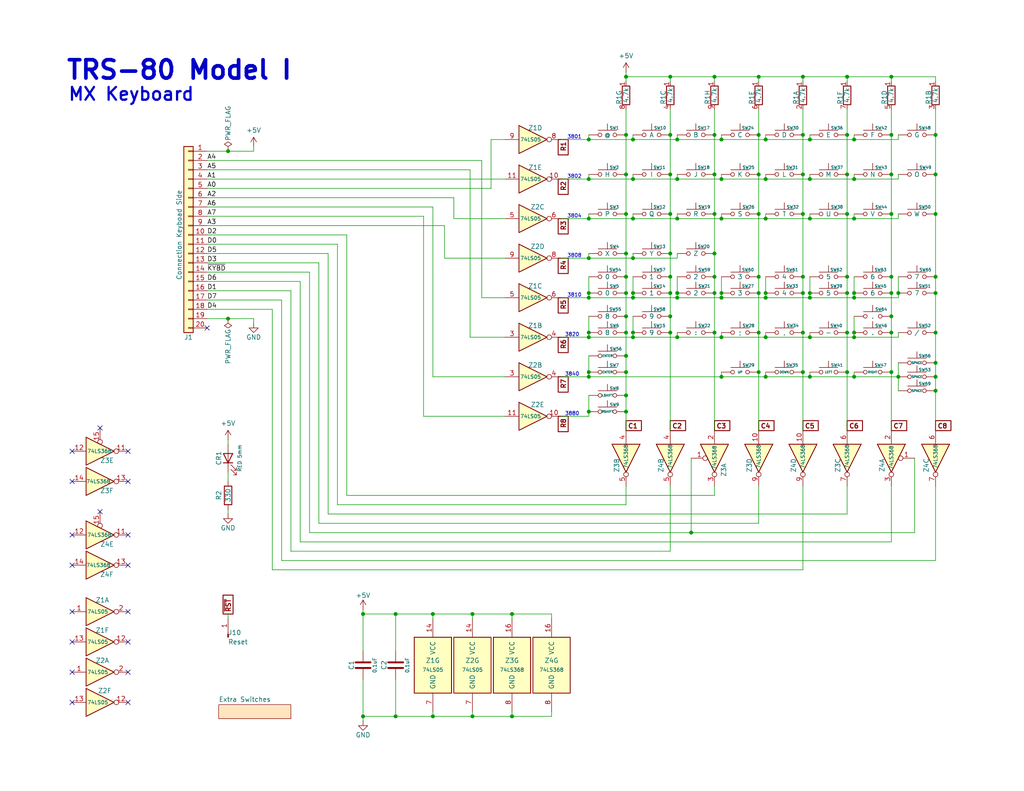
<source format=kicad_sch>
(kicad_sch (version 20231120) (generator "eeschema") (generator_version "8.0")
  (paper "USLetter")
  (title_block (title "TRS-80 Model I - MX Keyboard Full") (date "2024-07-21") (rev "E2F") (company "RetroStack - Marcel Erz") (comment 4 "Complete Keyboard"))
  (junction (at 219.075 36.83))
  (junction (at 196.85 38.1))
  (junction (at 182.88 80.01))
  (junction (at 160.655 38.1))
  (junction (at 220.98 59.69))
  (junction (at 196.85 102.87))
  (junction (at 255.27 80.01))
  (junction (at 243.205 101.6))
  (junction (at 255.27 99.06))
  (junction (at 231.14 20.955))
  (junction (at 231.14 101.6))
  (junction (at 188.595 145.415))
  (junction (at 172.72 59.69))
  (junction (at 194.945 47.625))
  (junction (at 184.785 38.1))
  (junction (at 170.815 58.42))
  (junction (at 207.01 80.01))
  (junction (at 170.815 20.955))
  (junction (at 233.045 48.895))
  (junction (at 231.14 58.42))
  (junction (at 231.14 47.625))
  (junction (at 219.075 101.6))
  (junction (at 243.205 75.565))
  (junction (at 255.27 90.805))
  (junction (at 255.27 47.625))
  (junction (at 99.06 195.58))
  (junction (at 99.06 167.64))
  (junction (at 172.72 81.28))
  (junction (at 170.815 75.565))
  (junction (at 128.905 195.58))
  (junction (at 118.11 167.64))
  (junction (at 233.045 38.1))
  (junction (at 62.23 86.995))
  (junction (at 219.075 80.01))
  (junction (at 208.915 92.075))
  (junction (at 160.655 70.485))
  (junction (at 196.85 59.69))
  (junction (at 255.27 36.83))
  (junction (at 172.72 90.805))
  (junction (at 184.785 92.075))
  (junction (at 160.655 92.075))
  (junction (at 172.72 70.485))
  (junction (at 243.205 86.36))
  (junction (at 220.98 80.01))
  (junction (at 184.785 59.69))
  (junction (at 160.655 80.01))
  (junction (at 208.915 48.895))
  (junction (at 62.23 41.275))
  (junction (at 194.945 20.955))
  (junction (at 170.815 69.215))
  (junction (at 139.7 167.64))
  (junction (at 194.945 80.01))
  (junction (at 233.045 102.87))
  (junction (at 243.205 36.83))
  (junction (at 172.72 92.075))
  (junction (at 196.85 48.895))
  (junction (at 245.11 102.87))
  (junction (at 184.785 81.28))
  (junction (at 207.01 101.6))
  (junction (at 170.815 112.395))
  (junction (at 182.88 47.625))
  (junction (at 207.01 20.955))
  (junction (at 208.915 81.28))
  (junction (at 255.27 106.68))
  (junction (at 233.045 80.01))
  (junction (at 182.88 90.805))
  (junction (at 231.14 36.83))
  (junction (at 196.85 81.28))
  (junction (at 194.945 69.215))
  (junction (at 182.88 86.36))
  (junction (at 107.95 195.58))
  (junction (at 118.11 195.58))
  (junction (at 160.655 102.87))
  (junction (at 220.98 48.895))
  (junction (at 172.72 80.01))
  (junction (at 182.88 36.83))
  (junction (at 208.915 38.1))
  (junction (at 255.27 75.565))
  (junction (at 208.915 80.01))
  (junction (at 208.915 59.69))
  (junction (at 160.655 112.395))
  (junction (at 207.01 47.625))
  (junction (at 170.815 97.155))
  (junction (at 243.205 90.805))
  (junction (at 243.205 47.625))
  (junction (at 160.655 81.28))
  (junction (at 196.85 80.01))
  (junction (at 219.075 58.42))
  (junction (at 219.075 90.805))
  (junction (at 172.72 48.895))
  (junction (at 220.98 81.28))
  (junction (at 243.205 20.955))
  (junction (at 128.905 167.64))
  (junction (at 245.11 80.01))
  (junction (at 139.7 195.58))
  (junction (at 220.98 38.1))
  (junction (at 170.815 107.95))
  (junction (at 170.815 36.83))
  (junction (at 219.075 47.625))
  (junction (at 107.95 167.64))
  (junction (at 170.815 90.805))
  (junction (at 255.27 102.87))
  (junction (at 182.88 58.42))
  (junction (at 170.815 101.6))
  (junction (at 170.815 47.625))
  (junction (at 207.01 75.565))
  (junction (at 160.655 101.6))
  (junction (at 207.01 36.83))
  (junction (at 182.88 69.215))
  (junction (at 255.27 58.42))
  (junction (at 194.945 75.565))
  (junction (at 170.815 80.01))
  (junction (at 160.655 59.69))
  (junction (at 220.98 92.075))
  (junction (at 243.205 80.01))
  (junction (at 233.045 59.69))
  (junction (at 208.915 102.87))
  (junction (at 207.01 90.805))
  (junction (at 160.655 48.895))
  (junction (at 182.88 75.565))
  (junction (at 233.045 81.28))
  (junction (at 194.945 58.42))
  (junction (at 172.72 38.1))
  (junction (at 170.815 86.36))
  (junction (at 233.045 92.075))
  (junction (at 233.045 90.805))
  (junction (at 160.655 90.805))
  (junction (at 220.98 102.87))
  (junction (at 231.14 75.565))
  (junction (at 184.785 80.01))
  (junction (at 243.205 58.42))
  (junction (at 207.01 58.42))
  (junction (at 219.075 20.955))
  (junction (at 231.14 80.01))
  (junction (at 231.14 90.805))
  (junction (at 194.945 36.83))
  (junction (at 196.85 92.075))
  (junction (at 184.785 48.895))
  (junction (at 219.075 75.565))
  (junction (at 182.88 20.955))
  (junction (at 194.945 90.805))
  (no_connect (at 19.685 191.77))
  (no_connect (at 27.305 139.7))
  (no_connect (at 19.685 146.05))
  (no_connect (at 56.515 89.535))
  (no_connect (at 34.925 191.77))
  (no_connect (at 19.685 167.005))
  (no_connect (at 19.685 131.445))
  (no_connect (at 34.925 167.005))
  (no_connect (at 34.925 131.445))
  (no_connect (at 34.925 146.05))
  (no_connect (at 19.685 123.19))
  (no_connect (at 34.925 183.515))
  (no_connect (at 34.925 154.305))
  (no_connect (at 19.685 175.26))
  (no_connect (at 19.685 154.305))
  (no_connect (at 27.305 116.84))
  (no_connect (at 34.925 123.19))
  (no_connect (at 34.925 175.26))
  (no_connect (at 19.685 183.515))
  (wire (pts (xy 56.515 56.515) (xy 118.11 56.515)))
  (wire (pts (xy 81.915 76.835) (xy 81.915 147.955)))
  (wire (pts (xy 243.205 101.6) (xy 243.205 117.475)))
  (wire (pts (xy 255.27 106.68) (xy 255.27 117.475)))
  (wire (pts (xy 89.535 69.215) (xy 89.535 140.335)))
  (wire (pts (xy 219.075 101.6) (xy 219.075 117.475)))
  (wire (pts (xy 76.835 81.915) (xy 76.835 153.035)))
  (wire (pts (xy 160.655 47.625) (xy 160.655 48.895)))
  (wire (pts (xy 243.205 132.715) (xy 243.205 147.955)))
  (wire (pts (xy 118.11 194.31) (xy 118.11 195.58)))
  (wire (pts (xy 86.995 142.875) (xy 207.01 142.875)))
  (wire (pts (xy 79.375 79.375) (xy 79.375 150.495)))
  (wire (pts (xy 219.075 22.225) (xy 219.075 20.955)))
  (wire (pts (xy 160.655 86.36) (xy 160.655 90.805)))
  (wire (pts (xy 231.14 47.625) (xy 231.14 58.42)))
  (wire (pts (xy 196.85 59.69) (xy 208.915 59.69)))
  (wire (pts (xy 196.85 92.075) (xy 208.915 92.075)))
  (wire (pts (xy 74.295 84.455) (xy 74.295 155.575)))
  (wire (pts (xy 56.515 51.435) (xy 133.985 51.435)))
  (wire (pts (xy 170.815 112.395) (xy 170.815 117.475)))
  (wire (pts (xy 220.98 75.565) (xy 220.98 80.01)))
  (wire (pts (xy 207.01 101.6) (xy 207.01 117.475)))
  (wire (pts (xy 170.815 132.715) (xy 170.815 137.795)))
  (wire (pts (xy 182.88 132.715) (xy 182.88 150.495)))
  (wire (pts (xy 118.11 167.64) (xy 107.95 167.64)))
  (wire (pts (xy 170.815 80.01) (xy 170.815 86.36)))
  (wire (pts (xy 194.945 90.805) (xy 194.945 117.475)))
  (wire (pts (xy 160.655 102.87) (xy 196.85 102.87)))
  (wire (pts (xy 255.27 90.805) (xy 255.27 99.06)))
  (wire (pts (xy 76.835 153.035) (xy 255.27 153.035)))
  (wire (pts (xy 99.06 185.42) (xy 99.06 195.58)))
  (wire (pts (xy 160.655 112.395) (xy 160.655 107.95)))
  (wire (pts (xy 153.035 59.69) (xy 160.655 59.69)))
  (wire (pts (xy 89.535 140.335) (xy 231.14 140.335)))
  (wire (pts (xy 207.01 58.42) (xy 207.01 75.565)))
  (wire (pts (xy 233.045 59.69) (xy 245.11 59.69)))
  (wire (pts (xy 194.945 58.42) (xy 194.945 69.215)))
  (wire (pts (xy 194.945 22.225) (xy 194.945 20.955)))
  (wire (pts (xy 207.01 90.805) (xy 207.01 101.6)))
  (wire (pts (xy 139.7 195.58) (xy 128.905 195.58)))
  (wire (pts (xy 231.14 29.845) (xy 231.14 36.83)))
  (wire (pts (xy 172.72 75.565) (xy 172.72 80.01)))
  (wire (pts (xy 196.85 90.805) (xy 196.85 92.075)))
  (wire (pts (xy 79.375 150.495) (xy 182.88 150.495)))
  (wire (pts (xy 207.01 20.955) (xy 219.075 20.955)))
  (wire (pts (xy 131.445 81.28) (xy 137.795 81.28)))
  (wire (pts (xy 196.85 47.625) (xy 196.85 48.895)))
  (wire (pts (xy 107.95 185.42) (xy 107.95 195.58)))
  (wire (pts (xy 160.655 81.28) (xy 172.72 81.28)))
  (wire (pts (xy 233.045 38.1) (xy 233.045 36.83)))
  (wire (pts (xy 245.11 102.87) (xy 245.11 106.68)))
  (wire (pts (xy 139.7 167.64) (xy 139.7 168.91)))
  (wire (pts (xy 243.205 20.955) (xy 255.27 20.955)))
  (wire (pts (xy 123.825 53.975) (xy 123.825 59.69)))
  (wire (pts (xy 255.27 47.625) (xy 255.27 58.42)))
  (wire (pts (xy 243.205 47.625) (xy 243.205 58.42)))
  (wire (pts (xy 182.88 36.83) (xy 182.88 47.625)))
  (wire (pts (xy 233.045 58.42) (xy 233.045 59.69)))
  (wire (pts (xy 220.98 38.1) (xy 220.98 36.83)))
  (wire (pts (xy 182.88 47.625) (xy 182.88 58.42)))
  (wire (pts (xy 207.01 29.845) (xy 207.01 36.83)))
  (wire (pts (xy 160.655 69.215) (xy 160.655 70.485)))
  (wire (pts (xy 231.14 101.6) (xy 231.14 117.475)))
  (wire (pts (xy 62.23 168.91) (xy 62.23 167.64)))
  (wire (pts (xy 118.11 168.91) (xy 118.11 167.64)))
  (wire (pts (xy 255.27 36.83) (xy 255.27 47.625)))
  (wire (pts (xy 172.72 59.69) (xy 184.785 59.69)))
  (wire (pts (xy 118.11 56.515) (xy 118.11 102.87)))
  (wire (pts (xy 56.515 79.375) (xy 79.375 79.375)))
  (wire (pts (xy 170.815 69.215) (xy 170.815 75.565)))
  (wire (pts (xy 184.785 92.075) (xy 196.85 92.075)))
  (wire (pts (xy 243.205 29.845) (xy 243.205 36.83)))
  (wire (pts (xy 220.98 58.42) (xy 220.98 59.69)))
  (wire (pts (xy 170.815 90.805) (xy 170.815 97.155)))
  (wire (pts (xy 219.075 90.805) (xy 219.075 101.6)))
  (wire (pts (xy 128.27 46.355) (xy 128.27 92.075)))
  (wire (pts (xy 220.98 92.075) (xy 233.045 92.075)))
  (wire (pts (xy 233.045 92.075) (xy 245.11 92.075)))
  (wire (pts (xy 170.815 20.955) (xy 182.88 20.955)))
  (wire (pts (xy 172.72 81.28) (xy 184.785 81.28)))
  (wire (pts (xy 208.915 101.6) (xy 208.915 102.87)))
  (wire (pts (xy 115.57 113.665) (xy 137.795 113.665)))
  (wire (pts (xy 170.815 86.36) (xy 170.815 90.805)))
  (wire (pts (xy 184.785 36.83) (xy 184.785 38.1)))
  (wire (pts (xy 170.815 29.845) (xy 170.815 36.83)))
  (wire (pts (xy 56.515 53.975) (xy 123.825 53.975)))
  (wire (pts (xy 153.035 48.895) (xy 160.655 48.895)))
  (wire (pts (xy 196.85 38.1) (xy 196.85 36.83)))
  (wire (pts (xy 128.905 167.64) (xy 128.905 168.91)))
  (wire (pts (xy 118.11 102.87) (xy 137.795 102.87)))
  (wire (pts (xy 184.785 80.01) (xy 184.785 81.28)))
  (wire (pts (xy 219.075 20.955) (xy 231.14 20.955)))
  (wire (pts (xy 220.98 90.805) (xy 220.98 92.075)))
  (wire (pts (xy 56.515 46.355) (xy 128.27 46.355)))
  (wire (pts (xy 56.515 74.295) (xy 84.455 74.295)))
  (wire (pts (xy 208.915 38.1) (xy 220.98 38.1)))
  (wire (pts (xy 170.815 107.95) (xy 170.815 112.395)))
  (wire (pts (xy 243.205 58.42) (xy 243.205 75.565)))
  (wire (pts (xy 196.85 38.1) (xy 208.915 38.1)))
  (wire (pts (xy 170.815 97.155) (xy 170.815 101.6)))
  (wire (pts (xy 62.23 86.995) (xy 69.215 86.995)))
  (wire (pts (xy 231.14 36.83) (xy 231.14 47.625)))
  (wire (pts (xy 220.98 38.1) (xy 233.045 38.1)))
  (wire (pts (xy 196.85 101.6) (xy 196.85 102.87)))
  (wire (pts (xy 233.045 75.565) (xy 233.045 80.01)))
  (wire (pts (xy 245.11 75.565) (xy 245.11 80.01)))
  (wire (pts (xy 172.72 80.01) (xy 172.72 81.28)))
  (wire (pts (xy 184.785 48.895) (xy 196.85 48.895)))
  (wire (pts (xy 219.075 29.845) (xy 219.075 36.83)))
  (wire (pts (xy 99.06 167.64) (xy 99.06 177.8)))
  (wire (pts (xy 207.01 80.01) (xy 207.01 90.805)))
  (wire (pts (xy 196.85 80.01) (xy 196.85 81.28)))
  (wire (pts (xy 133.985 38.1) (xy 137.795 38.1)))
  (wire (pts (xy 219.075 80.01) (xy 219.075 90.805)))
  (wire (pts (xy 243.205 90.805) (xy 243.205 101.6)))
  (wire (pts (xy 220.98 59.69) (xy 233.045 59.69)))
  (wire (pts (xy 92.075 66.675) (xy 92.075 137.795)))
  (wire (pts (xy 231.14 80.01) (xy 231.14 90.805)))
  (wire (pts (xy 184.785 59.69) (xy 196.85 59.69)))
  (wire (pts (xy 92.075 137.795) (xy 170.815 137.795)))
  (wire (pts (xy 123.825 59.69) (xy 137.795 59.69)))
  (wire (pts (xy 172.72 38.1) (xy 184.785 38.1)))
  (wire (pts (xy 69.215 88.265) (xy 69.215 86.995)))
  (wire (pts (xy 62.23 41.275) (xy 69.215 41.275)))
  (wire (pts (xy 255.27 99.06) (xy 255.27 102.87)))
  (wire (pts (xy 170.815 75.565) (xy 170.815 80.01)))
  (wire (pts (xy 245.11 59.69) (xy 245.11 58.42)))
  (wire (pts (xy 170.815 101.6) (xy 170.815 107.95)))
  (wire (pts (xy 231.14 140.335) (xy 231.14 132.715)))
  (wire (pts (xy 99.06 166.37) (xy 99.06 167.64)))
  (wire (pts (xy 245.11 92.075) (xy 245.11 90.805)))
  (wire (pts (xy 56.515 76.835) (xy 81.915 76.835)))
  (wire (pts (xy 196.85 58.42) (xy 196.85 59.69)))
  (wire (pts (xy 208.915 81.28) (xy 220.98 81.28)))
  (wire (pts (xy 188.595 125.095) (xy 188.595 145.415)))
  (wire (pts (xy 220.98 48.895) (xy 233.045 48.895)))
  (wire (pts (xy 219.075 58.42) (xy 219.075 75.565)))
  (wire (pts (xy 194.945 36.83) (xy 194.945 47.625)))
  (wire (pts (xy 184.785 70.485) (xy 184.785 69.215)))
  (wire (pts (xy 56.515 59.055) (xy 115.57 59.055)))
  (wire (pts (xy 231.14 58.42) (xy 231.14 75.565)))
  (wire (pts (xy 160.655 38.1) (xy 172.72 38.1)))
  (wire (pts (xy 56.515 43.815) (xy 131.445 43.815)))
  (wire (pts (xy 170.815 19.685) (xy 170.815 20.955)))
  (wire (pts (xy 182.88 22.225) (xy 182.88 20.955)))
  (wire (pts (xy 160.655 80.01) (xy 160.655 81.28)))
  (wire (pts (xy 81.915 147.955) (xy 243.205 147.955)))
  (wire (pts (xy 153.035 70.485) (xy 160.655 70.485)))
  (wire (pts (xy 207.01 75.565) (xy 207.01 80.01)))
  (wire (pts (xy 207.01 47.625) (xy 207.01 58.42)))
  (wire (pts (xy 231.14 75.565) (xy 231.14 80.01)))
  (wire (pts (xy 208.915 48.895) (xy 220.98 48.895)))
  (wire (pts (xy 208.915 90.805) (xy 208.915 92.075)))
  (wire (pts (xy 86.995 71.755) (xy 86.995 142.875)))
  (wire (pts (xy 182.88 90.805) (xy 182.88 117.475)))
  (wire (pts (xy 194.945 80.01) (xy 194.945 90.805)))
  (wire (pts (xy 255.27 58.42) (xy 255.27 75.565)))
  (wire (pts (xy 184.785 75.565) (xy 184.785 80.01)))
  (wire (pts (xy 233.045 102.87) (xy 245.11 102.87)))
  (wire (pts (xy 208.915 47.625) (xy 208.915 48.895)))
  (wire (pts (xy 56.515 64.135) (xy 94.615 64.135)))
  (wire (pts (xy 233.045 81.28) (xy 245.11 81.28)))
  (wire (pts (xy 220.98 80.01) (xy 220.98 81.28)))
  (wire (pts (xy 128.905 167.64) (xy 118.11 167.64)))
  (wire (pts (xy 56.515 86.995) (xy 62.23 86.995)))
  (wire (pts (xy 172.72 92.075) (xy 184.785 92.075)))
  (wire (pts (xy 99.06 195.58) (xy 99.06 196.85)))
  (wire (pts (xy 153.035 38.1) (xy 160.655 38.1)))
  (wire (pts (xy 243.205 75.565) (xy 243.205 80.01)))
  (wire (pts (xy 196.85 102.87) (xy 208.915 102.87)))
  (wire (pts (xy 160.655 38.1) (xy 160.655 36.83)))
  (wire (pts (xy 233.045 101.6) (xy 233.045 102.87)))
  (wire (pts (xy 182.88 75.565) (xy 182.88 80.01)))
  (wire (pts (xy 245.11 38.1) (xy 245.11 36.83)))
  (wire (pts (xy 182.88 86.36) (xy 182.88 90.805)))
  (wire (pts (xy 139.7 194.31) (xy 139.7 195.58)))
  (wire (pts (xy 153.035 81.28) (xy 160.655 81.28)))
  (wire (pts (xy 182.88 29.845) (xy 182.88 36.83)))
  (wire (pts (xy 84.455 74.295) (xy 84.455 145.415)))
  (wire (pts (xy 160.655 58.42) (xy 160.655 59.69)))
  (wire (pts (xy 160.655 92.075) (xy 172.72 92.075)))
  (wire (pts (xy 233.045 90.805) (xy 233.045 92.075)))
  (wire (pts (xy 208.915 80.01) (xy 208.915 81.28)))
  (wire (pts (xy 160.655 59.69) (xy 172.72 59.69)))
  (wire (pts (xy 233.045 47.625) (xy 233.045 48.895)))
  (wire (pts (xy 133.985 51.435) (xy 133.985 38.1)))
  (wire (pts (xy 160.655 90.805) (xy 160.655 92.075)))
  (wire (pts (xy 160.655 70.485) (xy 172.72 70.485)))
  (wire (pts (xy 56.515 41.275) (xy 62.23 41.275)))
  (wire (pts (xy 208.915 75.565) (xy 208.915 80.01)))
  (wire (pts (xy 208.915 92.075) (xy 220.98 92.075)))
  (wire (pts (xy 219.075 47.625) (xy 219.075 58.42)))
  (wire (pts (xy 233.045 80.01) (xy 233.045 81.28)))
  (wire (pts (xy 184.785 58.42) (xy 184.785 59.69)))
  (wire (pts (xy 194.945 20.955) (xy 207.01 20.955)))
  (wire (pts (xy 172.72 58.42) (xy 172.72 59.69)))
  (wire (pts (xy 196.85 48.895) (xy 208.915 48.895)))
  (wire (pts (xy 184.785 47.625) (xy 184.785 48.895)))
  (wire (pts (xy 219.075 36.83) (xy 219.075 47.625)))
  (wire (pts (xy 243.205 36.83) (xy 243.205 47.625)))
  (wire (pts (xy 208.915 102.87) (xy 220.98 102.87)))
  (wire (pts (xy 160.655 48.895) (xy 172.72 48.895)))
  (wire (pts (xy 160.655 75.565) (xy 160.655 80.01)))
  (wire (pts (xy 153.035 113.665) (xy 160.655 113.665)))
  (wire (pts (xy 255.27 80.01) (xy 255.27 90.805)))
  (wire (pts (xy 150.495 195.58) (xy 139.7 195.58)))
  (wire (pts (xy 170.815 36.83) (xy 170.815 47.625)))
  (wire (pts (xy 94.615 64.135) (xy 94.615 135.255)))
  (wire (pts (xy 56.515 69.215) (xy 89.535 69.215)))
  (wire (pts (xy 245.11 48.895) (xy 245.11 47.625)))
  (wire (pts (xy 170.815 47.625) (xy 170.815 58.42)))
  (wire (pts (xy 170.815 20.955) (xy 170.815 22.225)))
  (wire (pts (xy 172.72 70.485) (xy 184.785 70.485)))
  (wire (pts (xy 182.88 58.42) (xy 182.88 69.215)))
  (wire (pts (xy 56.515 71.755) (xy 86.995 71.755)))
  (wire (pts (xy 208.915 59.69) (xy 220.98 59.69)))
  (wire (pts (xy 255.27 22.225) (xy 255.27 20.955)))
  (wire (pts (xy 172.72 69.215) (xy 172.72 70.485)))
  (wire (pts (xy 184.785 90.805) (xy 184.785 92.075)))
  (wire (pts (xy 255.27 102.87) (xy 255.27 106.68)))
  (wire (pts (xy 243.205 86.36) (xy 243.205 90.805)))
  (wire (pts (xy 115.57 59.055) (xy 115.57 113.665)))
  (wire (pts (xy 194.945 135.255) (xy 194.945 132.715)))
  (wire (pts (xy 160.655 97.155) (xy 160.655 101.6)))
  (wire (pts (xy 128.27 92.075) (xy 137.795 92.075)))
  (wire (pts (xy 231.14 20.955) (xy 243.205 20.955)))
  (wire (pts (xy 56.515 84.455) (xy 74.295 84.455)))
  (wire (pts (xy 150.495 194.31) (xy 150.495 195.58)))
  (wire (pts (xy 255.27 29.845) (xy 255.27 36.83)))
  (wire (pts (xy 207.01 142.875) (xy 207.01 132.715)))
  (wire (pts (xy 172.72 47.625) (xy 172.72 48.895)))
  (wire (pts (xy 182.88 80.01) (xy 182.88 86.36)))
  (wire (pts (xy 184.785 38.1) (xy 196.85 38.1)))
  (wire (pts (xy 128.905 194.31) (xy 128.905 195.58)))
  (wire (pts (xy 121.285 70.485) (xy 137.795 70.485)))
  (wire (pts (xy 56.515 61.595) (xy 121.285 61.595)))
  (wire (pts (xy 150.495 168.91) (xy 150.495 167.64)))
  (wire (pts (xy 62.23 128.905) (xy 62.23 131.445)))
  (wire (pts (xy 184.785 81.28) (xy 196.85 81.28)))
  (wire (pts (xy 62.23 140.335) (xy 62.23 139.065)))
  (wire (pts (xy 243.205 80.01) (xy 243.205 86.36)))
  (wire (pts (xy 139.7 167.64) (xy 128.905 167.64)))
  (wire (pts (xy 243.205 22.225) (xy 243.205 20.955)))
  (wire (pts (xy 153.035 92.075) (xy 160.655 92.075)))
  (wire (pts (xy 255.27 153.035) (xy 255.27 132.715)))
  (wire (pts (xy 172.72 48.895) (xy 184.785 48.895)))
  (wire (pts (xy 182.88 20.955) (xy 194.945 20.955)))
  (wire (pts (xy 56.515 48.895) (xy 137.795 48.895)))
  (wire (pts (xy 219.075 75.565) (xy 219.075 80.01)))
  (wire (pts (xy 207.01 36.83) (xy 207.01 47.625)))
  (wire (pts (xy 220.98 102.87) (xy 233.045 102.87)))
  (wire (pts (xy 172.72 90.805) (xy 172.72 92.075)))
  (wire (pts (xy 208.915 58.42) (xy 208.915 59.69)))
  (wire (pts (xy 172.72 86.36) (xy 172.72 90.805)))
  (wire (pts (xy 160.655 101.6) (xy 160.655 102.87)))
  (wire (pts (xy 194.945 29.845) (xy 194.945 36.83)))
  (wire (pts (xy 220.98 101.6) (xy 220.98 102.87)))
  (wire (pts (xy 194.945 69.215) (xy 194.945 75.565)))
  (wire (pts (xy 182.88 69.215) (xy 182.88 75.565)))
  (wire (pts (xy 94.615 135.255) (xy 194.945 135.255)))
  (wire (pts (xy 74.295 155.575) (xy 219.075 155.575)))
  (wire (pts (xy 231.14 90.805) (xy 231.14 101.6)))
  (wire (pts (xy 69.215 41.275) (xy 69.215 40.005)))
  (wire (pts (xy 188.595 145.415) (xy 249.555 145.415)))
  (wire (pts (xy 107.95 167.64) (xy 107.95 177.8)))
  (wire (pts (xy 196.85 81.28) (xy 208.915 81.28)))
  (wire (pts (xy 62.23 120.015) (xy 62.23 121.285)))
  (wire (pts (xy 220.98 81.28) (xy 233.045 81.28)))
  (wire (pts (xy 207.01 22.225) (xy 207.01 20.955)))
  (wire (pts (xy 131.445 43.815) (xy 131.445 81.28)))
  (wire (pts (xy 194.945 47.625) (xy 194.945 58.42)))
  (wire (pts (xy 255.27 75.565) (xy 255.27 80.01)))
  (wire (pts (xy 56.515 81.915) (xy 76.835 81.915)))
  (wire (pts (xy 121.285 70.485) (xy 121.285 61.595)))
  (wire (pts (xy 233.045 86.36) (xy 233.045 90.805)))
  (wire (pts (xy 172.72 38.1) (xy 172.72 36.83)))
  (wire (pts (xy 128.905 195.58) (xy 118.11 195.58)))
  (wire (pts (xy 233.045 48.895) (xy 245.11 48.895)))
  (wire (pts (xy 139.7 167.64) (xy 150.495 167.64)))
  (wire (pts (xy 245.11 81.28) (xy 245.11 80.01)))
  (wire (pts (xy 107.95 167.64) (xy 99.06 167.64)))
  (wire (pts (xy 219.075 132.715) (xy 219.075 155.575)))
  (wire (pts (xy 160.655 112.395) (xy 160.655 113.665)))
  (wire (pts (xy 84.455 145.415) (xy 188.595 145.415)))
  (wire (pts (xy 196.85 75.565) (xy 196.85 80.01)))
  (wire (pts (xy 107.95 195.58) (xy 99.06 195.58)))
  (wire (pts (xy 153.035 102.87) (xy 160.655 102.87)))
  (wire (pts (xy 249.555 125.095) (xy 249.555 145.415)))
  (wire (pts (xy 118.11 195.58) (xy 107.95 195.58)))
  (wire (pts (xy 56.515 66.675) (xy 92.075 66.675)))
  (wire (pts (xy 245.11 99.06) (xy 245.11 102.87)))
  (wire (pts (xy 170.815 58.42) (xy 170.815 69.215)))
  (wire (pts (xy 220.98 47.625) (xy 220.98 48.895)))
  (wire (pts (xy 233.045 38.1) (xy 245.11 38.1)))
  (wire (pts (xy 208.915 38.1) (xy 208.915 36.83)))
  (wire (pts (xy 231.14 22.225) (xy 231.14 20.955)))
  (wire (pts (xy 194.945 75.565) (xy 194.945 80.01)))
  (text "3804" (at 158.75 59.69 0) (effects (font (size 1 1)) (justify right bottom)))
  (text "3880" (at 158.115 113.665 0) (effects (font (size 1 1)) (justify right bottom)))
  (text "TRS-80 Model I" (at 17.78 22.225 0) (effects (font (size 5 5) (thickness 1) (bold yes)) (justify left bottom)))
  (text "MX Keyboard" (at 18.415 27.94 0) (effects (font (size 3.5 3.5) (thickness 0.6) (bold yes)) (justify left bottom)))
  (text "3808" (at 158.75 70.485 0) (effects (font (size 1 1)) (justify right bottom)))
  (text "3810" (at 158.75 81.28 0) (effects (font (size 1 1)) (justify right bottom)))
  (text "3820" (at 158.115 92.075 0) (effects (font (size 1 1)) (justify right bottom)))
  (text "3802" (at 158.75 48.895 0) (effects (font (size 1 1)) (justify right bottom)))
  (text "3801" (at 158.75 38.1 0) (effects (font (size 1 1)) (justify right bottom)))
  (text "3840" (at 158.115 102.87 0) (effects (font (size 1 1)) (justify right bottom)))
  (label "D4" (at 56.515 84.455 0))
  (label "D1" (at 56.515 79.375 0))
  (label "A7" (at 56.515 59.055 0))
  (label "A6" (at 56.515 56.515 0))
  (label "D2" (at 56.515 64.135 0))
  (label "A1" (at 56.515 48.895 0))
  (label "D7" (at 56.515 81.915 0))
  (label "D6" (at 56.515 76.835 0))
  (label "D3" (at 56.515 71.755 0))
  (label "D5" (at 56.515 69.215 0))
  (label "D0" (at 56.515 66.675 0))
  (label "A2" (at 56.515 53.975 0))
  (label "~{KYBD}" (at 56.515 74.295 0))
  (label "A3" (at 56.515 61.595 0))
  (label "A5" (at 56.515 46.355 0))
  (label "A4" (at 56.515 43.815 0))
  (label "A0" (at 56.515 51.435 0))
  (global_label "C7" (shape passive) (at 243.205 116.205 0) (effects (font (bold yes))) (property "Intersheetrefs" "${INTERSHEET_REFS}" (effects (hide yes))))
  (global_label "R1" (shape passive) (at 153.67 38.1 270) (effects (font (bold yes))) (property "Intersheetrefs" "${INTERSHEET_REFS}" (effects (hide yes))))
  (global_label "R2" (shape passive) (at 153.67 48.895 270) (effects (font (bold yes))) (property "Intersheetrefs" "${INTERSHEET_REFS}" (effects (hide yes))))
  (global_label "C8" (shape passive) (at 255.27 116.205 0) (effects (font (bold yes))) (property "Intersheetrefs" "${INTERSHEET_REFS}" (effects (hide yes))))
  (global_label "R8" (shape passive) (at 153.67 113.665 270) (effects (font (bold yes))) (property "Intersheetrefs" "${INTERSHEET_REFS}" (effects (hide yes))))
  (global_label "R6" (shape passive) (at 153.67 92.075 270) (effects (font (bold yes))) (property "Intersheetrefs" "${INTERSHEET_REFS}" (effects (hide yes))))
  (global_label "C1" (shape passive) (at 170.815 116.205 0) (effects (font (bold yes))) (property "Intersheetrefs" "${INTERSHEET_REFS}" (effects (hide yes))))
  (global_label "R5" (shape passive) (at 153.67 81.28 270) (effects (font (bold yes))) (property "Intersheetrefs" "${INTERSHEET_REFS}" (effects (hide yes))))
  (global_label "C2" (shape passive) (at 182.88 116.205 0) (effects (font (bold yes))) (property "Intersheetrefs" "${INTERSHEET_REFS}" (effects (hide yes))))
  (global_label "C5" (shape passive) (at 219.075 116.205 0) (effects (font (bold yes))) (property "Intersheetrefs" "${INTERSHEET_REFS}" (effects (hide yes))))
  (global_label "R3" (shape passive) (at 153.67 59.69 270) (effects (font (bold yes))) (property "Intersheetrefs" "${INTERSHEET_REFS}" (effects (hide yes))))
  (global_label "~{RST}" (shape passive) (at 62.23 167.64 90) (effects (font (bold yes))) (property "Intersheetrefs" "${INTERSHEET_REFS}" (effects (hide yes))))
  (global_label "C3" (shape passive) (at 194.945 116.205 0) (effects (font (bold yes))) (property "Intersheetrefs" "${INTERSHEET_REFS}" (effects (hide yes))))
  (global_label "C6" (shape passive) (at 231.14 116.205 0) (effects (font (bold yes))) (property "Intersheetrefs" "${INTERSHEET_REFS}" (effects (hide yes))))
  (global_label "R4" (shape passive) (at 153.67 70.485 270) (effects (font (bold yes))) (property "Intersheetrefs" "${INTERSHEET_REFS}" (effects (hide yes))))
  (global_label "R7" (shape passive) (at 153.67 102.87 270) (effects (font (bold yes))) (property "Intersheetrefs" "${INTERSHEET_REFS}" (effects (hide yes))))
  (global_label "C4" (shape passive) (at 207.01 116.205 0) (effects (font (bold yes))) (property "Intersheetrefs" "${INTERSHEET_REFS}" (effects (hide yes))))
  (symbol (lib_id "power:+5V") (at 62.23 120.015 0) (unit 1)
    (property "Reference" "#PWR05" (effects (hide yes)))
    (property "Value" "+5V" (at 62.23 115.57 0))
  )
  (symbol (lib_id "Device:R_Network08_Split") (at 219.075 26.035 0) (unit 1)
    (property "Reference" "R1" (at 217.17 28.575 90) (effects (justify left)))
    (property "Value" "4.7k" (at 219.075 26.035 90))
    (property "Footprint" "Resistor_THT:R_Array_SIP9" (effects (hide yes)))
    (property "Datasheet" "http://www.vishay.com/docs/31509/csc.pdf" (effects (hide yes)))
  )
  (symbol (lib_id "Device:C") (at 99.06 181.61 0) (unit 1)
    (property "Reference" "C1" (at 95.885 181.61 90))
    (property "Value" "0.1uF" (at 102.235 181.61 90) (effects (font (size 1 1))))
    (property "Footprint" "RetroStackLibrary:TRS80_Model_I_C_Disc_9.5L_4W_6P_Small" (effects (hide yes)))
  )
  (symbol (lib_id "Switch:SW_Push") (at 165.735 36.83 0) (mirror y) (unit 1)
    (property "Reference" "SW1" (at 168.91 34.925 0) (effects (font (size 0.8 0.8)) (justify left)))
    (property "Value" "@" (at 165.735 36.83 0))
    (property "Footprint" "Button_Switch_Keyboard:SW_Cherry_MX_1.00u_PCB" (effects (hide yes)))
  )
  (symbol (lib_id "Switch:SW_Push") (at 165.735 112.395 0) (unit 1)
    (property "Reference" "SW9" (at 166.37 110.49 0) (effects (font (size 0.8 0.8)) (justify left)))
    (property "Value" "RSHIFT" (at 165.735 112.395 0) (effects (font (size 0.6 0.6))))
    (property "Footprint" "Button_Switch_Keyboard:SW_Cherry_MX_1.00u_PCB" (effects (hide yes)))
  )
  (symbol (lib_id "74xx:74LS05") (at 145.415 102.87 0) (unit 2)
    (property "Reference" "Z2" (at 146.05 99.695 0))
    (property "Value" "74LS05" (at 144.78 102.87 0) (effects (font (size 1 1))))
    (property "Footprint" "RetroStackLibrary:TRS80_Model_I_DIP14" (effects (hide yes)))
    (property "Datasheet" "http://www.ti.com/lit/gpn/sn74LS05" (effects (hide yes)))
  )
  (symbol (lib_id "power:+5V") (at 170.815 19.685 0) (unit 1)
    (property "Reference" "#PWR09" (effects (hide yes)))
    (property "Value" "+5V" (at 170.815 15.24 0))
  )
  (symbol (lib_id "Switch:SW_Push") (at 201.93 80.01 0) (mirror y) (unit 1)
    (property "Reference" "SW27" (at 205.74 78.105 0) (effects (font (size 0.8 0.8)) (justify left)))
    (property "Value" "3" (at 201.93 80.01 0))
    (property "Footprint" "Button_Switch_Keyboard:SW_Cherry_MX_1.00u_PCB" (effects (hide yes)))
  )
  (symbol (lib_id "RetroStackLibrary:74LS368_Split") (at 27.305 131.445 0) (unit 6)
    (property "Reference" "Z3" (at 27.305 133.985 0) (effects (justify left)))
    (property "Value" "74LS368" (at 23.495 131.445 0) (effects (font (size 1 1)) (justify left)))
    (property "Footprint" "RetroStackLibrary:TRS80_Model_I_DIP16" (effects (hide yes)))
    (property "Datasheet" "https://www.ti.com/lit/ds/symlink/sn74ls367a.pdf" (effects (hide yes)))
  )
  (symbol (lib_id "Device:R_Network08_Split") (at 194.945 26.035 0) (unit 8)
    (property "Reference" "R1" (at 193.04 28.575 90) (effects (justify left)))
    (property "Value" "4.7k" (at 194.945 26.035 90))
    (property "Footprint" "Resistor_THT:R_Array_SIP9" (effects (hide yes)))
    (property "Datasheet" "http://www.vishay.com/docs/31509/csc.pdf" (effects (hide yes)))
  )
  (symbol (lib_id "Connector_Generic:Conn_01x20") (at 51.435 64.135 0) (mirror y) (unit 1)
    (property "Reference" "J1" (at 51.435 92.075 0))
    (property "Value" "Connection Keyboad Side" (at 48.895 64.135 90))
    (property "Footprint" "Connector_PinHeader_2.54mm:PinHeader_1x20_P2.54mm_Vertical" (effects (hide yes)))
  )
  (symbol (lib_id "Switch:SW_Push") (at 189.865 80.01 0) (unit 1)
    (property "Reference" "SW21" (at 190.5 78.105 0) (effects (font (size 0.8 0.8)) (justify left)))
    (property "Value" "2" (at 189.865 80.01 0))
    (property "Footprint" "Button_Switch_Keyboard:SW_Cherry_MX_1.00u_PCB" (effects (hide yes)))
  )
  (symbol (lib_id "Switch:SW_Push") (at 165.735 90.805 0) (unit 1)
    (property "Reference" "SW6" (at 166.37 88.9 0) (effects (font (size 0.8 0.8)) (justify left)))
    (property "Value" "8" (at 165.735 90.805 0))
    (property "Footprint" "Button_Switch_Keyboard:SW_Cherry_MX_1.00u_PCB" (effects (hide yes)))
  )
  (symbol (lib_id "Switch:SW_Push") (at 201.93 90.805 0) (unit 1)
    (property "Reference" "SW28" (at 202.565 88.9 0) (effects (font (size 0.8 0.8)) (justify left)))
    (property "Value" ";" (at 201.93 90.805 0))
    (property "Footprint" "Button_Switch_Keyboard:SW_Cherry_MX_1.00u_PCB" (effects (hide yes)))
  )
  (symbol (lib_id "Switch:SW_Push") (at 177.8 47.625 0) (mirror y) (unit 1)
    (property "Reference" "SW11" (at 181.61 45.72 0) (effects (font (size 0.8 0.8)) (justify left)))
    (property "Value" "I" (at 177.8 47.625 0))
    (property "Footprint" "Button_Switch_Keyboard:SW_Cherry_MX_1.00u_PCB" (effects (hide yes)))
  )
  (symbol (lib_id "Device:R_Network08_Split") (at 231.14 26.035 0) (unit 6)
    (property "Reference" "R1" (at 229.235 28.575 90) (effects (justify left)))
    (property "Value" "4.7k" (at 231.14 26.035 90))
    (property "Footprint" "Resistor_THT:R_Array_SIP9" (effects (hide yes)))
    (property "Datasheet" "http://www.vishay.com/docs/31509/csc.pdf" (effects (hide yes)))
  )
  (symbol (lib_id "Device:R_Network08_Split") (at 243.205 26.035 0) (unit 4)
    (property "Reference" "R1" (at 241.3 28.575 90) (effects (justify left)))
    (property "Value" "4.7k" (at 243.205 26.035 90))
    (property "Footprint" "Resistor_THT:R_Array_SIP9" (effects (hide yes)))
    (property "Datasheet" "http://www.vishay.com/docs/31509/csc.pdf" (effects (hide yes)))
  )
  (symbol (lib_id "74xx:74LS05") (at 145.415 59.69 0) (unit 3)
    (property "Reference" "Z2" (at 146.685 56.515 0))
    (property "Value" "74LS05" (at 144.78 59.69 0) (effects (font (size 1 1))))
    (property "Footprint" "RetroStackLibrary:TRS80_Model_I_DIP14" (effects (hide yes)))
    (property "Datasheet" "http://www.ti.com/lit/gpn/sn74LS05" (effects (hide yes)))
  )
  (symbol (lib_id "Switch:SW_Push") (at 226.06 80.01 0) (mirror y) (unit 1)
    (property "Reference" "SW39" (at 229.87 78.105 0) (effects (font (size 0.8 0.8)) (justify left)))
    (property "Value" "5" (at 226.06 80.01 0))
    (property "Footprint" "Button_Switch_Keyboard:SW_Cherry_MX_1.00u_PCB" (effects (hide yes)))
  )
  (symbol (lib_id "RetroStackLibrary:74LS368_Split") (at 27.305 154.305 0) (unit 6)
    (property "Reference" "Z4" (at 27.305 156.845 0) (effects (justify left)))
    (property "Value" "74LS368" (at 23.495 154.305 0) (effects (font (size 1 1)) (justify left)))
    (property "Footprint" "RetroStackLibrary:TRS80_Model_I_DIP16" (effects (hide yes)))
    (property "Datasheet" "https://www.ti.com/lit/ds/symlink/sn74ls367a.pdf" (effects (hide yes)))
  )
  (symbol (lib_id "Switch:SW_Push") (at 238.125 86.36 0) (unit 1)
    (property "Reference" "SW64" (at 238.76 84.455 0) (effects (font (size 0.8 0.8)) (justify left)))
    (property "Value" "." (at 238.125 86.36 0))
    (property "Footprint" "Button_Switch_Keyboard:SW_Cherry_MX_1.00u_PCB" (effects (hide yes)))
  )
  (symbol (lib_id "Switch:SW_Push") (at 213.995 47.625 0) (mirror y) (unit 1)
    (property "Reference" "SW31" (at 217.805 45.72 0) (effects (font (size 0.8 0.8)) (justify left)))
    (property "Value" "L" (at 213.995 47.625 0))
    (property "Footprint" "Button_Switch_Keyboard:SW_Cherry_MX_1.00u_PCB" (effects (hide yes)))
  )
  (symbol (lib_id "Switch:SW_Push") (at 201.93 101.6 0) (unit 1)
    (property "Reference" "SW29" (at 202.565 99.695 0) (effects (font (size 0.8 0.8)) (justify left)))
    (property "Value" "UP" (at 201.93 101.6 0) (effects (font (size 0.6 0.6))))
    (property "Footprint" "Button_Switch_Keyboard:SW_Cherry_MX_1.00u_PCB" (effects (hide yes)))
  )
  (symbol (lib_id "power:GND") (at 62.23 140.335 0) (unit 1)
    (property "Reference" "#PWR06" (effects (hide yes)))
    (property "Value" "GND" (at 62.23 144.145 0))
  )
  (symbol (lib_id "Switch:SW_Push") (at 238.125 36.83 0) (unit 1)
    (property "Reference" "SW42" (at 238.76 34.925 0) (effects (font (size 0.8 0.8)) (justify left)))
    (property "Value" "F" (at 238.125 36.83 0))
    (property "Footprint" "Button_Switch_Keyboard:SW_Cherry_MX_1.00u_PCB" (effects (hide yes)))
  )
  (symbol (lib_id "Device:R_Network08_Split") (at 170.815 26.035 0) (unit 7)
    (property "Reference" "R1" (at 168.91 28.575 90) (effects (justify left)))
    (property "Value" "4.7k" (at 170.815 26.035 90))
    (property "Footprint" "Resistor_THT:R_Array_SIP9" (effects (hide yes)))
    (property "Datasheet" "http://www.vishay.com/docs/31509/csc.pdf" (effects (hide yes)))
  )
  (symbol (lib_id "Switch:SW_Push") (at 226.06 101.6 0) (unit 1)
    (property "Reference" "SW41" (at 226.695 99.695 0) (effects (font (size 0.8 0.8)) (justify left)))
    (property "Value" "LEFT" (at 226.06 101.6 0) (effects (font (size 0.6 0.6))))
    (property "Footprint" "Button_Switch_Keyboard:SW_Cherry_MX_1.00u_PCB" (effects (hide yes)))
  )
  (symbol (lib_id "Switch:SW_Push") (at 177.8 80.01 0) (mirror y) (unit 1)
    (property "Reference" "SW14" (at 181.61 78.105 0) (effects (font (size 0.8 0.8)) (justify left)))
    (property "Value" "1" (at 177.8 80.01 0))
    (property "Footprint" "Button_Switch_Keyboard:SW_Cherry_MX_1.00u_PCB" (effects (hide yes)))
  )
  (symbol (lib_id "Switch:SW_Push") (at 165.735 101.6 0) (mirror y) (unit 1)
    (property "Reference" "SW7" (at 168.91 99.695 0) (effects (font (size 0.8 0.8)) (justify left)))
    (property "Value" "ENTER" (at 165.735 101.6 0) (effects (font (size 0.6 0.6))))
    (property "Footprint" "Button_Switch_Keyboard:SW_Cherry_MX_1.00u_PCB" (effects (hide yes)))
  )
  (symbol (lib_id "power:GND") (at 69.215 88.265 0) (unit 1)
    (property "Reference" "#PWR08" (effects (hide yes)))
    (property "Value" "GND" (at 69.215 92.075 0))
  )
  (symbol (lib_id "74xx:74LS05") (at 145.415 81.28 0) (unit 3)
    (property "Reference" "Z1" (at 146.05 78.105 0))
    (property "Value" "74LS05" (at 144.78 81.28 0) (effects (font (size 1 1))))
    (property "Footprint" "RetroStackLibrary:TRS80_Model_I_DIP14" (effects (hide yes)))
    (property "Datasheet" "http://www.ti.com/lit/gpn/sn74LS05" (effects (hide yes)))
  )
  (symbol (lib_id "power:+5V") (at 69.215 40.005 0) (unit 1)
    (property "Reference" "#PWR07" (effects (hide yes)))
    (property "Value" "+5V" (at 69.215 35.56 0))
  )
  (symbol (lib_id "Switch:SW_Push") (at 213.995 36.83 0) (unit 1)
    (property "Reference" "SW30" (at 214.63 34.925 0) (effects (font (size 0.8 0.8)) (justify left)))
    (property "Value" "D" (at 213.995 36.83 0))
    (property "Footprint" "Button_Switch_Keyboard:SW_Cherry_MX_1.00u_PCB" (effects (hide yes)))
  )
  (symbol (lib_id "Switch:SW_Push") (at 213.995 75.565 0) (mirror y) (unit 1)
    (property "Reference" "SW61" (at 217.805 73.66 0) (effects (font (size 0.8 0.8)) (justify left)))
    (property "Value" "4" (at 213.995 75.565 0))
    (property "Footprint" "Button_Switch_Keyboard:SW_Cherry_MX_1.00u_PCB" (effects (hide yes)))
  )
  (symbol (lib_id "Switch:SW_Push") (at 165.735 58.42 0) (mirror y) (unit 1)
    (property "Reference" "SW3" (at 168.91 56.515 0) (effects (font (size 0.8 0.8)) (justify left)))
    (property "Value" "P" (at 165.735 58.42 0))
    (property "Footprint" "Button_Switch_Keyboard:SW_Cherry_MX_1.00u_PCB" (effects (hide yes)))
  )
  (symbol (lib_id "74xx:74LS05") (at 27.305 167.005 0) (unit 1)
    (property "Reference" "Z1" (at 27.94 163.83 0))
    (property "Value" "74LS05" (at 26.67 167.005 0) (effects (font (size 1 1))))
    (property "Footprint" "RetroStackLibrary:TRS80_Model_I_DIP14" (effects (hide yes)))
    (property "Datasheet" "http://www.ti.com/lit/gpn/sn74LS05" (effects (hide yes)))
  )
  (symbol (lib_id "power:PWR_FLAG") (at 62.23 41.275 0) (unit 1)
    (property "Reference" "#FLG01" (effects (hide yes)))
    (property "Value" "PWR_FLAG" (at 62.23 33.655 90))
  )
  (symbol (lib_id "Switch:SW_Push") (at 177.8 36.83 0) (unit 1)
    (property "Reference" "SW10" (at 178.435 34.925 0) (effects (font (size 0.8 0.8)) (justify left)))
    (property "Value" "A" (at 177.8 36.83 0))
    (property "Footprint" "Button_Switch_Keyboard:SW_Cherry_MX_1.00u_PCB" (effects (hide yes)))
  )
  (symbol (lib_id "Switch:SW_Push") (at 250.19 80.01 0) (mirror y) (unit 1)
    (property "Reference" "SW51" (at 254 78.105 0) (effects (font (size 0.8 0.8)) (justify left)))
    (property "Value" "7" (at 250.19 80.01 0))
    (property "Footprint" "Button_Switch_Keyboard:SW_Cherry_MX_1.00u_PCB" (effects (hide yes)))
  )
  (symbol (lib_id "Switch:SW_Push") (at 238.125 101.6 0) (mirror y) (unit 1)
    (property "Reference" "SW47" (at 241.935 99.695 0) (effects (font (size 0.8 0.8)) (justify left)))
    (property "Value" "RIGHT" (at 238.125 101.6 0) (effects (font (size 0.6 0.6))))
    (property "Footprint" "Button_Switch_Keyboard:SW_Cherry_MX_1.00u_PCB" (effects (hide yes)))
  )
  (symbol (lib_id "Switch:SW_Push") (at 226.06 75.565 0) (mirror y) (unit 1)
    (property "Reference" "SW62" (at 229.87 73.66 0) (effects (font (size 0.8 0.8)) (justify left)))
    (property "Value" "5" (at 226.06 75.565 0))
    (property "Footprint" "Button_Switch_Keyboard:SW_Cherry_MX_1.00u_PCB" (effects (hide yes)))
  )
  (symbol (lib_id "Switch:SW_Push") (at 250.19 58.42 0) (mirror y) (unit 1)
    (property "Reference" "SW50" (at 254 56.515 0) (effects (font (size 0.8 0.8)) (justify left)))
    (property "Value" "W" (at 250.19 58.42 0))
    (property "Footprint" "Button_Switch_Keyboard:SW_Cherry_MX_1.00u_PCB" (effects (hide yes)))
  )
  (symbol (lib_id "Device:C") (at 107.95 181.61 0) (unit 1)
    (property "Reference" "C2" (at 104.775 181.61 90))
    (property "Value" "0.1uF" (at 111.125 181.61 90) (effects (font (size 1 1))))
    (property "Footprint" "RetroStackLibrary:TRS80_Model_I_C_Disc_9.5L_4W_6P_Small" (effects (hide yes)))
  )
  (symbol (lib_id "power:PWR_FLAG") (at 62.23 86.995 180) (unit 1)
    (property "Reference" "#FLG02" (effects (hide yes)))
    (property "Value" "PWR_FLAG" (at 62.23 94.615 90))
  )
  (symbol (lib_id "74xx:74LS05") (at 128.905 181.61 0) (unit 7)
    (property "Reference" "Z2" (at 128.905 180.34 0))
    (property "Value" "74LS05" (at 128.905 182.88 0) (effects (font (size 1 1))))
    (property "Footprint" "RetroStackLibrary:TRS80_Model_I_DIP14" (effects (hide yes)))
    (property "Datasheet" "http://www.ti.com/lit/gpn/sn74LS05" (effects (hide yes)))
  )
  (symbol (lib_id "Switch:SW_Push") (at 177.8 86.36 0) (mirror y) (unit 1)
    (property "Reference" "SW58" (at 181.61 84.455 0) (effects (font (size 0.8 0.8)) (justify left)))
    (property "Value" "9" (at 177.8 86.36 0))
    (property "Footprint" "Button_Switch_Keyboard:SW_Cherry_MX_1.00u_PCB" (effects (hide yes)))
  )
  (symbol (lib_id "Device:R_Network08_Split") (at 255.27 26.035 0) (unit 2)
    (property "Reference" "R1" (at 253.365 28.575 90) (effects (justify left)))
    (property "Value" "4.7k" (at 255.27 26.035 90))
    (property "Footprint" "Resistor_THT:R_Array_SIP9" (effects (hide yes)))
    (property "Datasheet" "http://www.vishay.com/docs/31509/csc.pdf" (effects (hide yes)))
  )
  (symbol (lib_id "Connector:Conn_01x01_Pin") (at 62.23 173.99 90) (unit 1)
    (property "Reference" "J10" (at 62.23 172.72 90) (effects (justify right)))
    (property "Value" "Reset" (at 62.23 175.26 90) (effects (justify right)))
    (property "Footprint" "Connector_PinHeader_2.54mm:PinHeader_1x01_P2.54mm_Vertical" (effects (hide yes)))
  )
  (symbol (lib_id "Device:R_Network08_Split") (at 207.01 26.035 0) (unit 5)
    (property "Reference" "R1" (at 205.105 28.575 90) (effects (justify left)))
    (property "Value" "4.7k" (at 207.01 26.035 90))
    (property "Footprint" "Resistor_THT:R_Array_SIP9" (effects (hide yes)))
    (property "Datasheet" "http://www.vishay.com/docs/31509/csc.pdf" (effects (hide yes)))
  )
  (symbol (lib_id "RetroStackLibrary:74LS368_Split") (at 219.075 125.095 270) (unit 4)
    (property "Reference" "Z4" (at 216.535 125.095 0) (effects (justify left)))
    (property "Value" "74LS368" (at 219.075 121.285 0) (effects (font (size 1 1)) (justify left)))
    (property "Footprint" "RetroStackLibrary:TRS80_Model_I_DIP16" (effects (hide yes)))
    (property "Datasheet" "https://www.ti.com/lit/ds/symlink/sn74ls367a.pdf" (effects (hide yes)))
  )
  (symbol (lib_id "74xx:74LS05") (at 27.305 175.26 0) (unit 6)
    (property "Reference" "Z1" (at 27.94 172.085 0))
    (property "Value" "74LS05" (at 26.67 175.26 0) (effects (font (size 1 1))))
    (property "Footprint" "RetroStackLibrary:TRS80_Model_I_DIP14" (effects (hide yes)))
    (property "Datasheet" "http://www.ti.com/lit/gpn/sn74LS05" (effects (hide yes)))
  )
  (symbol (lib_id "Switch:SW_Push") (at 226.06 47.625 0) (unit 1)
    (property "Reference" "SW37" (at 226.695 45.72 0) (effects (font (size 0.8 0.8)) (justify left)))
    (property "Value" "M" (at 226.06 47.625 0))
    (property "Footprint" "Button_Switch_Keyboard:SW_Cherry_MX_1.00u_PCB" (effects (hide yes)))
  )
  (symbol (lib_id "Switch:SW_Push") (at 238.125 90.805 0) (unit 1)
    (property "Reference" "SW46" (at 238.76 88.9 0) (effects (font (size 0.8 0.8)) (justify left)))
    (property "Value" "." (at 238.125 90.805 0))
    (property "Footprint" "Button_Switch_Keyboard:SW_Cherry_MX_1.00u_PCB" (effects (hide yes)))
  )
  (symbol (lib_id "Switch:SW_Push") (at 177.8 58.42 0) (mirror y) (unit 1)
    (property "Reference" "SW12" (at 181.61 56.515 0) (effects (font (size 0.8 0.8)) (justify left)))
    (property "Value" "Q" (at 177.8 58.42 0))
    (property "Footprint" "Button_Switch_Keyboard:SW_Cherry_MX_1.00u_PCB" (effects (hide yes)))
  )
  (symbol (lib_id "74xx:74LS05") (at 27.305 183.515 0) (unit 1)
    (property "Reference" "Z2" (at 27.94 180.34 0))
    (property "Value" "74LS05" (at 26.67 183.515 0) (effects (font (size 1 1))))
    (property "Footprint" "RetroStackLibrary:TRS80_Model_I_DIP14" (effects (hide yes)))
    (property "Datasheet" "http://www.ti.com/lit/gpn/sn74LS05" (effects (hide yes)))
  )
  (symbol (lib_id "Device:LED") (at 62.23 125.095 90) (unit 1)
    (property "Reference" "CR1" (at 59.69 125.095 0))
    (property "Value" "RED 5mm" (at 65.405 125.095 0) (effects (font (size 1 1))))
    (property "Footprint" "LED_THT:LED_D5.0mm" (effects (hide yes)))
  )
  (symbol (lib_id "Device:R_Network08_Split") (at 182.88 26.035 0) (unit 3)
    (property "Reference" "R1" (at 180.975 28.575 90) (effects (justify left)))
    (property "Value" "4.7k" (at 182.88 26.035 90))
    (property "Footprint" "Resistor_THT:R_Array_SIP9" (effects (hide yes)))
    (property "Datasheet" "http://www.vishay.com/docs/31509/csc.pdf" (effects (hide yes)))
  )
  (symbol (lib_id "Switch:SW_Push") (at 213.995 58.42 0) (unit 1)
    (property "Reference" "SW32" (at 214.63 56.515 0) (effects (font (size 0.8 0.8)) (justify left)))
    (property "Value" "T" (at 213.995 58.42 0))
    (property "Footprint" "Button_Switch_Keyboard:SW_Cherry_MX_1.00u_PCB" (effects (hide yes)))
  )
  (symbol (lib_id "Switch:SW_Push") (at 165.735 86.36 0) (mirror y) (unit 1)
    (property "Reference" "SW55" (at 169.545 84.455 0) (effects (font (size 0.8 0.8)) (justify left)))
    (property "Value" "8" (at 165.735 86.36 0))
    (property "Footprint" "Button_Switch_Keyboard:SW_Cherry_MX_1.00u_PCB" (effects (hide yes)))
  )
  (symbol (lib_id "Switch:SW_Push") (at 189.865 69.215 0) (mirror y) (unit 1)
    (property "Reference" "SW20" (at 193.675 67.31 0) (effects (font (size 0.8 0.8)) (justify left)))
    (property "Value" "Z" (at 189.865 69.215 0))
    (property "Footprint" "Button_Switch_Keyboard:SW_Cherry_MX_1.00u_PCB" (effects (hide yes)))
  )
  (symbol (lib_id "Switch:SW_Push") (at 250.19 90.805 0) (mirror y) (unit 1)
    (property "Reference" "SW52" (at 254 88.9 0) (effects (font (size 0.8 0.8)) (justify left)))
    (property "Value" "/" (at 250.19 90.805 0))
    (property "Footprint" "Button_Switch_Keyboard:SW_Cherry_MX_1.00u_PCB" (effects (hide yes)))
  )
  (symbol (lib_id "power:GND") (at 99.06 196.85 0) (unit 1)
    (property "Reference" "#PWR04" (effects (hide yes)))
    (property "Value" "GND" (at 99.06 200.66 0))
  )
  (symbol (lib_id "RetroStackLibrary:74LS368_Split") (at 255.27 125.095 270) (unit 3)
    (property "Reference" "Z4" (at 252.73 125.095 0) (effects (justify left)))
    (property "Value" "74LS368" (at 255.27 121.285 0) (effects (font (size 1 1)) (justify left)))
    (property "Footprint" "RetroStackLibrary:TRS80_Model_I_DIP16" (effects (hide yes)))
    (property "Datasheet" "https://www.ti.com/lit/ds/symlink/sn74ls367a.pdf" (effects (hide yes)))
  )
  (symbol (lib_id "Switch:SW_Push") (at 238.125 80.01 0) (mirror y) (unit 1)
    (property "Reference" "SW45" (at 241.935 78.105 0) (effects (font (size 0.8 0.8)) (justify left)))
    (property "Value" "6" (at 238.125 80.01 0))
    (property "Footprint" "Button_Switch_Keyboard:SW_Cherry_MX_1.00u_PCB" (effects (hide yes)))
  )
  (symbol (lib_id "RetroStackLibrary:74LS368_Split") (at 150.495 170.815 0) (unit 7)
    (property "Reference" "Z4" (at 150.495 180.34 0))
    (property "Value" "74LS368" (at 150.495 182.88 0) (effects (font (size 1 1))))
    (property "Footprint" "RetroStackLibrary:TRS80_Model_I_DIP16" (effects (hide yes)))
    (property "Datasheet" "https://www.ti.com/lit/ds/symlink/sn74ls367a.pdf" (effects (hide yes)))
  )
  (symbol (lib_id "RetroStackLibrary:74LS368_Split") (at 26.67 139.7 0) (unit 5)
    (property "Reference" "Z4" (at 31.115 148.59 0) (effects (justify right)))
    (property "Value" "74LS368" (at 30.48 146.05 0) (effects (font (size 1 1)) (justify right)))
    (property "Footprint" "RetroStackLibrary:TRS80_Model_I_DIP16" (effects (hide yes)))
    (property "Datasheet" "https://www.ti.com/lit/ds/symlink/sn74ls367a.pdf" (effects (hide yes)))
  )
  (symbol (lib_id "Switch:SW_Push") (at 238.125 47.625 0) (unit 1)
    (property "Reference" "SW43" (at 238.76 45.72 0) (effects (font (size 0.8 0.8)) (justify left)))
    (property "Value" "N" (at 238.125 47.625 0))
    (property "Footprint" "Button_Switch_Keyboard:SW_Cherry_MX_1.00u_PCB" (effects (hide yes)))
  )
  (symbol (lib_id "74xx:74LS05") (at 145.415 92.075 0) (unit 2)
    (property "Reference" "Z1" (at 146.05 88.9 0))
    (property "Value" "74LS05" (at 144.78 92.075 0) (effects (font (size 1 1))))
    (property "Footprint" "RetroStackLibrary:TRS80_Model_I_DIP14" (effects (hide yes)))
    (property "Datasheet" "http://www.ti.com/lit/gpn/sn74LS05" (effects (hide yes)))
  )
  (symbol (lib_id "Switch:SW_Push") (at 189.865 36.83 0) (mirror y) (unit 1)
    (property "Reference" "SW17" (at 193.675 34.925 0) (effects (font (size 0.8 0.8)) (justify left)))
    (property "Value" "B" (at 189.865 36.83 0))
    (property "Footprint" "Button_Switch_Keyboard:SW_Cherry_MX_1.00u_PCB" (effects (hide yes)))
  )
  (symbol (lib_id "Switch:SW_Push") (at 213.995 101.6 0) (mirror y) (unit 1)
    (property "Reference" "SW35" (at 217.805 99.695 0) (effects (font (size 0.8 0.8)) (justify left)))
    (property "Value" "DOWN" (at 213.995 101.6 0) (effects (font (size 0.6 0.6))))
    (property "Footprint" "Button_Switch_Keyboard:SW_Cherry_MX_1.00u_PCB" (effects (hide yes)))
  )
  (symbol (lib_id "Switch:SW_Push") (at 177.8 90.805 0) (mirror y) (unit 1)
    (property "Reference" "SW15" (at 181.61 88.9 0) (effects (font (size 0.8 0.8)) (justify left)))
    (property "Value" "9" (at 177.8 90.805 0))
    (property "Footprint" "Button_Switch_Keyboard:SW_Cherry_MX_1.00u_PCB" (effects (hide yes)))
  )
  (symbol (lib_id "Switch:SW_Push") (at 226.06 36.83 0) (unit 1)
    (property "Reference" "SW36" (at 226.695 34.925 0) (effects (font (size 0.8 0.8)) (justify left)))
    (property "Value" "E" (at 226.06 36.83 0))
    (property "Footprint" "Button_Switch_Keyboard:SW_Cherry_MX_1.00u_PCB" (effects (hide yes)))
  )
  (symbol (lib_id "Switch:SW_Push") (at 213.995 90.805 0) (unit 1)
    (property "Reference" "SW34" (at 214.63 88.9 0) (effects (font (size 0.8 0.8)) (justify left)))
    (property "Value" "," (at 213.995 90.805 0))
    (property "Footprint" "Button_Switch_Keyboard:SW_Cherry_MX_1.00u_PCB" (effects (hide yes)))
  )
  (symbol (lib_id "RetroStackLibrary:74LS368_Split") (at 170.815 125.095 270) (unit 2)
    (property "Reference" "Z3" (at 168.275 125.095 0) (effects (justify left)))
    (property "Value" "74LS368" (at 170.815 121.285 0) (effects (font (size 1 1)) (justify left)))
    (property "Footprint" "RetroStackLibrary:TRS80_Model_I_DIP16" (effects (hide yes)))
    (property "Datasheet" "https://www.ti.com/lit/ds/symlink/sn74ls367a.pdf" (effects (hide yes)))
  )
  (symbol (lib_id "Switch:SW_Push") (at 226.06 90.805 0) (mirror y) (unit 1)
    (property "Reference" "SW40" (at 229.87 88.9 0) (effects (font (size 0.8 0.8)) (justify left)))
    (property "Value" "-" (at 226.06 90.805 0))
    (property "Footprint" "Button_Switch_Keyboard:SW_Cherry_MX_1.00u_PCB" (effects (hide yes)))
  )
  (symbol (lib_id "Switch:SW_Push") (at 250.19 99.06 0) (mirror y) (unit 1)
    (property "Reference" "SW66" (at 254 97.155 0) (effects (font (size 0.8 0.8)) (justify left)))
    (property "Value" "SPACE" (at 250.19 99.06 0) (effects (font (size 0.6 0.6))))
    (property "Footprint" "RetroStackLibrary:SW_Cherry_MX_1.00u_PCB_Spacebar_Universal" (effects (hide yes)))
  )
  (symbol (lib_id "RetroStackLibrary:74LS368_Split") (at 231.14 125.095 270) (unit 3)
    (property "Reference" "Z3" (at 228.6 125.095 0) (effects (justify left)))
    (property "Value" "74LS368" (at 231.14 121.285 0) (effects (font (size 1 1)) (justify left)))
    (property "Footprint" "RetroStackLibrary:TRS80_Model_I_DIP16" (effects (hide yes)))
    (property "Datasheet" "https://www.ti.com/lit/ds/symlink/sn74ls367a.pdf" (effects (hide yes)))
  )
  (symbol (lib_id "Switch:SW_Push") (at 165.735 75.565 0) (mirror y) (unit 1)
    (property "Reference" "SW54" (at 169.545 73.66 0) (effects (font (size 0.8 0.8)) (justify left)))
    (property "Value" "0" (at 165.735 75.565 0))
    (property "Footprint" "Button_Switch_Keyboard:SW_Cherry_MX_1.00u_PCB" (effects (hide yes)))
  )
  (symbol (lib_id "74xx:74LS05") (at 145.415 48.895 0) (unit 5)
    (property "Reference" "Z1" (at 146.05 45.72 0))
    (property "Value" "74LS05" (at 144.78 48.895 0) (effects (font (size 1 1))))
    (property "Footprint" "RetroStackLibrary:TRS80_Model_I_DIP14" (effects (hide yes)))
    (property "Datasheet" "http://www.ti.com/lit/gpn/sn74LS05" (effects (hide yes)))
  )
  (symbol (lib_id "74xx:74LS05") (at 145.415 113.665 0) (unit 5)
    (property "Reference" "Z2" (at 146.685 110.49 0))
    (property "Value" "74LS05" (at 144.78 113.665 0) (effects (font (size 1 1))))
    (property "Footprint" "RetroStackLibrary:TRS80_Model_I_DIP14" (effects (hide yes)))
    (property "Datasheet" "http://www.ti.com/lit/gpn/sn74LS05" (effects (hide yes)))
  )
  (symbol (lib_id "Switch:SW_Push") (at 177.8 69.215 0) (mirror y) (unit 1)
    (property "Reference" "SW13" (at 181.61 67.31 0) (effects (font (size 0.8 0.8)) (justify left)))
    (property "Value" "Y" (at 177.8 69.215 0))
    (property "Footprint" "Button_Switch_Keyboard:SW_Cherry_MX_1.00u_PCB" (effects (hide yes)))
  )
  (symbol (lib_id "Device:R") (at 62.23 135.255 0) (unit 1)
    (property "Reference" "R2" (at 59.69 135.255 90))
    (property "Value" "330" (at 62.23 137.16 90) (effects (justify left)))
    (property "Footprint" "RetroStackLibrary:TRS80_Model_I_R_0.25W" (effects (hide yes)))
  )
  (symbol (lib_id "RetroStackLibrary:74LS368_Split") (at 194.945 125.095 90) (mirror x) (unit 1)
    (property "Reference" "Z3" (at 197.485 130.175 0) (effects (justify right)))
    (property "Value" "74LS368" (at 194.945 128.27 0) (effects (font (size 1 1)) (justify right)))
    (property "Footprint" "RetroStackLibrary:TRS80_Model_I_DIP16" (effects (hide yes)))
    (property "Datasheet" "https://www.ti.com/lit/ds/symlink/sn74ls367a.pdf" (effects (hide yes)))
  )
  (symbol (lib_id "Switch:SW_Push") (at 250.19 106.68 0) (mirror y) (unit 1)
    (property "Reference" "SW69" (at 254 104.775 0) (effects (font (size 0.8 0.8)) (justify left)))
    (property "Value" "SPACE" (at 250.19 106.68 0) (effects (font (size 0.6 0.6))))
    (property "Footprint" "Button_Switch_Keyboard:SW_Cherry_MX_1.00u_PCB" (effects (hide yes)))
  )
  (symbol (lib_id "Switch:SW_Push") (at 165.735 80.01 0) (unit 1)
    (property "Reference" "SW5" (at 166.37 78.105 0) (effects (font (size 0.8 0.8)) (justify left)))
    (property "Value" "0" (at 165.735 80.01 0))
    (property "Footprint" "Button_Switch_Keyboard:SW_Cherry_MX_1.00u_PCB" (effects (hide yes)))
  )
  (symbol (lib_id "Switch:SW_Push") (at 250.19 102.87 0) (mirror y) (unit 1)
    (property "Reference" "SW53" (at 254 100.965 0) (effects (font (size 0.8 0.8)) (justify left)))
    (property "Value" "SPACE" (at 250.19 102.87 0) (effects (font (size 0.6 0.6))))
    (property "Footprint" "RetroStackLibrary:SW_Cherry_MX_1.00u_PCB_Spacebar_Universal" (effects (hide yes)))
  )
  (symbol (lib_id "Switch:SW_Push") (at 201.93 58.42 0) (unit 1)
    (property "Reference" "SW26" (at 202.565 56.515 0) (effects (font (size 0.8 0.8)) (justify left)))
    (property "Value" "S" (at 201.93 58.42 0))
    (property "Footprint" "Button_Switch_Keyboard:SW_Cherry_MX_1.00u_PCB" (effects (hide yes)))
  )
  (symbol (lib_id "power:+5V") (at 99.06 166.37 0) (unit 1)
    (property "Reference" "#PWR03" (effects (hide yes)))
    (property "Value" "+5V" (at 99.06 162.56 0))
  )
  (symbol (lib_id "Switch:SW_Push") (at 177.8 75.565 0) (mirror y) (unit 1)
    (property "Reference" "SW57" (at 181.61 73.66 0) (effects (font (size 0.8 0.8)) (justify left)))
    (property "Value" "1" (at 177.8 75.565 0))
    (property "Footprint" "Button_Switch_Keyboard:SW_Cherry_MX_1.00u_PCB" (effects (hide yes)))
  )
  (symbol (lib_id "74xx:74LS05") (at 145.415 70.485 0) (unit 4)
    (property "Reference" "Z2" (at 146.685 67.31 0))
    (property "Value" "74LS05" (at 144.78 70.485 0) (effects (font (size 1 1))))
    (property "Footprint" "RetroStackLibrary:TRS80_Model_I_DIP14" (effects (hide yes)))
    (property "Datasheet" "http://www.ti.com/lit/gpn/sn74LS05" (effects (hide yes)))
  )
  (symbol (lib_id "RetroStackLibrary:74LS368_Split") (at 243.205 125.095 270) (unit 1)
    (property "Reference" "Z4" (at 240.665 128.905 0) (effects (justify right)))
    (property "Value" "74LS368" (at 243.205 128.27 0) (effects (font (size 1 1)) (justify right)))
    (property "Footprint" "RetroStackLibrary:TRS80_Model_I_DIP16" (effects (hide yes)))
    (property "Datasheet" "https://www.ti.com/lit/ds/symlink/sn74ls367a.pdf" (effects (hide yes)))
  )
  (symbol (lib_id "Switch:SW_Push") (at 213.995 80.01 0) (mirror y) (unit 1)
    (property "Reference" "SW33" (at 217.805 78.105 0) (effects (font (size 0.8 0.8)) (justify left)))
    (property "Value" "4" (at 213.995 80.01 0))
    (property "Footprint" "Button_Switch_Keyboard:SW_Cherry_MX_1.00u_PCB" (effects (hide yes)))
  )
  (symbol (lib_id "Switch:SW_Push") (at 238.125 58.42 0) (unit 1)
    (property "Reference" "SW44" (at 238.76 56.515 0) (effects (font (size 0.8 0.8)) (justify left)))
    (property "Value" "V" (at 238.125 58.42 0))
    (property "Footprint" "Button_Switch_Keyboard:SW_Cherry_MX_1.00u_PCB" (effects (hide yes)))
  )
  (symbol (lib_id "Switch:SW_Push") (at 250.19 47.625 0) (unit 1)
    (property "Reference" "SW49" (at 250.825 45.72 0) (effects (font (size 0.8 0.8)) (justify left)))
    (property "Value" "O" (at 250.19 47.625 0))
    (property "Footprint" "Button_Switch_Keyboard:SW_Cherry_MX_1.00u_PCB" (effects (hide yes)))
  )
  (symbol (lib_id "Switch:SW_Push") (at 226.06 58.42 0) (unit 1)
    (property "Reference" "SW38" (at 226.695 56.515 0) (effects (font (size 0.8 0.8)) (justify left)))
    (property "Value" "U" (at 226.06 58.42 0))
    (property "Footprint" "Button_Switch_Keyboard:SW_Cherry_MX_1.00u_PCB" (effects (hide yes)))
  )
  (symbol (lib_id "Switch:SW_Push") (at 189.865 75.565 0) (unit 1)
    (property "Reference" "SW59" (at 190.5 73.66 0) (effects (font (size 0.8 0.8)) (justify left)))
    (property "Value" "2" (at 189.865 75.565 0))
    (property "Footprint" "Button_Switch_Keyboard:SW_Cherry_MX_1.00u_PCB" (effects (hide yes)))
  )
  (symbol (lib_id "Switch:SW_Push") (at 165.735 107.95 0) (mirror y) (unit 1)
    (property "Reference" "SW8" (at 168.91 106.045 0) (effects (font (size 0.8 0.8)) (justify left)))
    (property "Value" "LSHIFT" (at 165.735 107.95 0) (effects (font (size 0.6 0.6))))
    (property "Footprint" "Button_Switch_Keyboard:SW_Cherry_MX_1.00u_PCB" (effects (hide yes)))
  )
  (symbol (lib_id "RetroStackLibrary:74LS368_Split") (at 207.01 125.095 270) (unit 4)
    (property "Reference" "Z3" (at 204.47 125.095 0) (effects (justify left)))
    (property "Value" "74LS368" (at 207.01 121.285 0) (effects (font (size 1 1)) (justify left)))
    (property "Footprint" "RetroStackLibrary:TRS80_Model_I_DIP16" (effects (hide yes)))
    (property "Datasheet" "https://www.ti.com/lit/ds/symlink/sn74ls367a.pdf" (effects (hide yes)))
  )
  (symbol (lib_id "RetroStackLibrary:74LS368_Split") (at 139.7 170.815 0) (unit 7)
    (property "Reference" "Z3" (at 139.7 180.34 0))
    (property "Value" "74LS368" (at 139.7 182.88 0) (effects (font (size 1 1))))
    (property "Footprint" "RetroStackLibrary:TRS80_Model_I_DIP16" (effects (hide yes)))
    (property "Datasheet" "https://www.ti.com/lit/ds/symlink/sn74ls367a.pdf" (effects (hide yes)))
  )
  (symbol (lib_id "RetroStackLibrary:74LS368_Split") (at 182.88 125.095 270) (unit 2)
    (property "Reference" "Z4" (at 180.34 125.095 0) (effects (justify left)))
    (property "Value" "74LS368" (at 182.88 121.285 0) (effects (font (size 1 1)) (justify left)))
    (property "Footprint" "RetroStackLibrary:TRS80_Model_I_DIP16" (effects (hide yes)))
    (property "Datasheet" "https://www.ti.com/lit/ds/symlink/sn74ls367a.pdf" (effects (hide yes)))
  )
  (symbol (lib_id "Switch:SW_Push") (at 165.735 47.625 0) (mirror y) (unit 1)
    (property "Reference" "SW2" (at 168.91 45.72 0) (effects (font (size 0.8 0.8)) (justify left)))
    (property "Value" "H" (at 165.735 47.625 0))
    (property "Footprint" "Button_Switch_Keyboard:SW_Cherry_MX_1.00u_PCB" (effects (hide yes)))
  )
  (symbol (lib_id "Switch:SW_Push") (at 201.93 47.625 0) (unit 1)
    (property "Reference" "SW25" (at 202.565 45.72 0) (effects (font (size 0.8 0.8)) (justify left)))
    (property "Value" "K" (at 201.93 47.625 0))
    (property "Footprint" "Button_Switch_Keyboard:SW_Cherry_MX_1.00u_PCB" (effects (hide yes)))
  )
  (symbol (lib_id "74xx:74LS05") (at 27.305 191.77 0) (unit 6)
    (property "Reference" "Z2" (at 28.575 188.595 0))
    (property "Value" "74LS05" (at 26.67 191.77 0) (effects (font (size 1 1))))
    (property "Footprint" "RetroStackLibrary:TRS80_Model_I_DIP14" (effects (hide yes)))
    (property "Datasheet" "http://www.ti.com/lit/gpn/sn74LS05" (effects (hide yes)))
  )
  (symbol (lib_id "Switch:SW_Push") (at 189.865 90.805 0) (unit 1)
    (property "Reference" "SW22" (at 190.5 88.9 0) (effects (font (size 0.8 0.8)) (justify left)))
    (property "Value" ":" (at 189.865 90.805 0))
    (property "Footprint" "Button_Switch_Keyboard:SW_Cherry_MX_1.00u_PCB" (effects (hide yes)))
  )
  (symbol (lib_id "Switch:SW_Push") (at 238.125 75.565 0) (mirror y) (unit 1)
    (property "Reference" "SW63" (at 241.935 73.66 0) (effects (font (size 0.8 0.8)) (justify left)))
    (property "Value" "6" (at 238.125 75.565 0))
    (property "Footprint" "Button_Switch_Keyboard:SW_Cherry_MX_1.00u_PCB" (effects (hide yes)))
  )
  (symbol (lib_id "Switch:SW_Push") (at 165.735 97.155 0) (unit 1)
    (property "Reference" "SW56" (at 166.37 95.25 0) (effects (font (size 0.8 0.8)) (justify left)))
    (property "Value" "ENTER" (at 165.735 97.155 0) (effects (font (size 0.6 0.6))))
    (property "Footprint" "Button_Switch_Keyboard:SW_Cherry_MX_1.00u_PCB" (effects (hide yes)))
  )
  (symbol (lib_id "Switch:SW_Push") (at 201.93 75.565 0) (mirror y) (unit 1)
    (property "Reference" "SW60" (at 205.74 73.66 0) (effects (font (size 0.8 0.8)) (justify left)))
    (property "Value" "3" (at 201.93 75.565 0))
    (property "Footprint" "Button_Switch_Keyboard:SW_Cherry_MX_1.00u_PCB" (effects (hide yes)))
  )
  (symbol (lib_id "Switch:SW_Push") (at 250.19 75.565 0) (unit 1)
    (property "Reference" "SW65" (at 250.825 73.66 0) (effects (font (size 0.8 0.8)) (justify left)))
    (property "Value" "7" (at 250.19 75.565 0))
    (property "Footprint" "Button_Switch_Keyboard:SW_Cherry_MX_1.00u_PCB" (effects (hide yes)))
  )
  (symbol (lib_id "74xx:74LS05") (at 145.415 38.1 0) (unit 4)
    (property "Reference" "Z1" (at 146.05 34.925 0))
    (property "Value" "74LS05" (at 144.78 38.1 0) (effects (font (size 1 1))))
    (property "Footprint" "RetroStackLibrary:TRS80_Model_I_DIP14" (effects (hide yes)))
    (property "Datasheet" "http://www.ti.com/lit/gpn/sn74LS05" (effects (hide yes)))
  )
  (symbol (lib_id "Switch:SW_Push") (at 189.865 47.625 0) (mirror y) (unit 1)
    (property "Reference" "SW18" (at 193.675 45.72 0) (effects (font (size 0.8 0.8)) (justify left)))
    (property "Value" "J" (at 189.865 47.625 0))
    (property "Footprint" "Button_Switch_Keyboard:SW_Cherry_MX_1.00u_PCB" (effects (hide yes)))
  )
  (symbol (lib_id "74xx:74LS05") (at 118.11 181.61 0) (unit 7)
    (property "Reference" "Z1" (at 118.11 180.34 0))
    (property "Value" "74LS05" (at 118.11 182.88 0) (effects (font (size 1 1))))
    (property "Footprint" "RetroStackLibrary:TRS80_Model_I_DIP14" (effects (hide yes)))
    (property "Datasheet" "http://www.ti.com/lit/gpn/sn74LS05" (effects (hide yes)))
  )
  (symbol (lib_id "Switch:SW_Push") (at 165.735 69.215 0) (unit 1)
    (property "Reference" "SW4" (at 166.37 67.31 0) (effects (font (size 0.8 0.8)) (justify left)))
    (property "Value" "X" (at 165.735 69.215 0))
    (property "Footprint" "Button_Switch_Keyboard:SW_Cherry_MX_1.00u_PCB" (effects (hide yes)))
  )
  (symbol (lib_id "Switch:SW_Push") (at 189.865 58.42 0) (unit 1)
    (property "Reference" "SW19" (at 190.5 56.515 0) (effects (font (size 0.8 0.8)) (justify left)))
    (property "Value" "R" (at 189.865 58.42 0))
    (property "Footprint" "Button_Switch_Keyboard:SW_Cherry_MX_1.00u_PCB" (effects (hide yes)))
  )
  (symbol (lib_id "Switch:SW_Push") (at 250.19 36.83 0) (mirror y) (unit 1)
    (property "Reference" "SW48" (at 254 34.925 0) (effects (font (size 0.8 0.8)) (justify left)))
    (property "Value" "G" (at 250.19 36.83 0))
    (property "Footprint" "Button_Switch_Keyboard:SW_Cherry_MX_1.00u_PCB" (effects (hide yes)))
  )
  (symbol (lib_id "Switch:SW_Push") (at 201.93 36.83 0) (mirror y) (unit 1)
    (property "Reference" "SW24" (at 205.74 34.925 0) (effects (font (size 0.8 0.8)) (justify left)))
    (property "Value" "C" (at 201.93 36.83 0))
    (property "Footprint" "Button_Switch_Keyboard:SW_Cherry_MX_1.00u_PCB" (effects (hide yes)))
  )
  (symbol (lib_id "RetroStackLibrary:74LS368_Split") (at 26.67 116.84 0) (unit 5)
    (property "Reference" "Z3" (at 31.115 125.73 0) (effects (justify right)))
    (property "Value" "74LS368" (at 30.48 123.19 0) (effects (font (size 1 1)) (justify right)))
    (property "Footprint" "RetroStackLibrary:TRS80_Model_I_DIP16" (effects (hide yes)))
    (property "Datasheet" "https://www.ti.com/lit/ds/symlink/sn74ls367a.pdf" (effects (hide yes)))
  )
  (sheet (at 59.69 192.405) (size 19.685 3.81) (stroke (width 0.1524)) (fill (color 255 229 191 1.0000))
    (property "Sheetname" "Extra Switches" (at 59.69 191.6934 0) (effects (justify left bottom)))
    (property "Sheetfile" "Extra_Switches.kicad_sch" (effects (hide yes)))
  )
)
</source>
